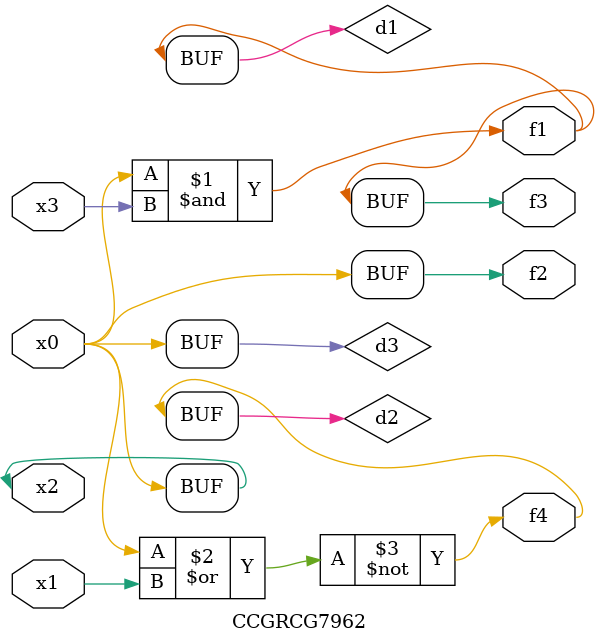
<source format=v>
module CCGRCG7962(
	input x0, x1, x2, x3,
	output f1, f2, f3, f4
);

	wire d1, d2, d3;

	and (d1, x2, x3);
	nor (d2, x0, x1);
	buf (d3, x0, x2);
	assign f1 = d1;
	assign f2 = d3;
	assign f3 = d1;
	assign f4 = d2;
endmodule

</source>
